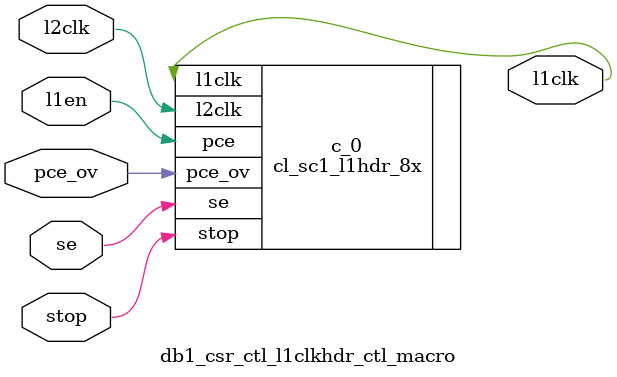
<source format=v>
`define IOB_CREG_DBG_CNFG       40'h86_0000_0000
`define IOB_CREG_IO_QSC         40'h86_0000_0008
`define IOB_CREG_SOC_DECR       40'h86_0000_0010


module db1_csr_ctl (
  mcu0_dbg1_crc21, 
  mcu0_dbg1_rd_req_in_0, 
  mcu0_dbg1_rd_req_in_1, 
  mcu0_dbg1_rd_req_out, 
  mcu0_dbg1_wr_req_in_0, 
  mcu0_dbg1_wr_req_in_1, 
  mcu0_dbg1_wr_req_out, 
  mcu0_dbg1_mecc_err, 
  mcu0_dbg1_secc_err, 
  mcu0_dbg1_fbd_err, 
  mcu0_dbg1_err_mode, 
  mcu0_dbg1_err_event, 
  mcu1_dbg1_crc21, 
  mcu1_dbg1_rd_req_in_0, 
  mcu1_dbg1_rd_req_in_1, 
  mcu1_dbg1_rd_req_out, 
  mcu1_dbg1_wr_req_in_0, 
  mcu1_dbg1_wr_req_in_1, 
  mcu1_dbg1_wr_req_out, 
  mcu1_dbg1_mecc_err, 
  mcu1_dbg1_secc_err, 
  mcu1_dbg1_fbd_err, 
  mcu1_dbg1_err_mode, 
  mcu1_dbg1_err_event, 
  mcu2_dbg1_crc21, 
  mcu2_dbg1_rd_req_in_0, 
  mcu2_dbg1_rd_req_in_1, 
  mcu2_dbg1_rd_req_out, 
  mcu2_dbg1_wr_req_in_0, 
  mcu2_dbg1_wr_req_in_1, 
  mcu2_dbg1_wr_req_out, 
  mcu2_dbg1_mecc_err, 
  mcu2_dbg1_secc_err, 
  mcu2_dbg1_fbd_err, 
  mcu2_dbg1_err_mode, 
  mcu2_dbg1_err_event, 
  mcu3_dbg1_crc21, 
  mcu3_dbg1_rd_req_in_0, 
  mcu3_dbg1_rd_req_in_1, 
  mcu3_dbg1_rd_req_out, 
  mcu3_dbg1_wr_req_in_0, 
  mcu3_dbg1_wr_req_in_1, 
  mcu3_dbg1_wr_req_out, 
  mcu3_dbg1_mecc_err, 
  mcu3_dbg1_secc_err, 
  mcu3_dbg1_fbd_err, 
  mcu3_dbg1_err_mode, 
  mcu3_dbg1_err_event, 
  dbg1_niu_stall, 
  niu_dbg1_stall_ack, 
  dbg1_niu_resume, 
  dbg1_dmu_stall, 
  dmu_dbg1_stall_ack, 
  dbg1_dmu_resume, 
  dmu_dbg1_err_event, 
  ncu_dbg1_error_event, 
  l2t0_pa_match_synced, 
  l2t1_pa_match_synced, 
  l2t2_pa_match_synced, 
  l2t3_pa_match_synced, 
  l2t4_pa_match_synced, 
  l2t5_pa_match_synced, 
  l2t6_pa_match_synced, 
  l2t7_pa_match_synced, 
  l2t_error_event_synced, 
  tcu_mio_jtag_membist_mode, 
  tcu_dbr_gateoff, 
  mio_dbg1_testmode, 
  mio_pll_testmode, 
  dbg1_niu_dbg_sel, 
  dbg1_tcu_soc_hard_stop, 
  dbg1_tcu_soc_asrt_trigout, 
  iol2clk, 
  scan_in, 
  scan_out, 
  tcu_aclk, 
  tcu_bclk, 
  tcu_scan_en, 
  tcu_pce_ov, 
  tcu_clk_stop, 
  aclk_wmr, 
  wmr_protect, 
  rd_req_vld, 
  wr_req_vld, 
  addr_in, 
  data_in, 
  thr_id_in, 
  buf_id_in, 
  ack_busy, 
  rd_ack_vld, 
  rd_nack_vld, 
  req_acpted, 
  data_out, 
  thr_id_out, 
  buf_id_out, 
  mcu_dbg_signals, 
  mcu_dtm_signals, 
  sel_soc_obs_mode, 
  sel_charac_mode, 
  sel_rep_mode, 
  sel_core_soc_debug_mode, 
  sel_train_mode, 
  dbg1_mio_sel_niu_debug_mode, 
  dbg1_mio_sel_pcix_debug_mode, 
  dbg1_mio_sel_soc_obs_mode, 
  dbg1_mio_drv_en_op_only, 
  dbg1_mio_drv_en_muxtest_op, 
  dbg1_mio_drv_en_muxbist_op, 
  dbg1_mio_drv_en_muxtest_inp, 
  dbg1_mio_drv_en_muxtestpll_inp, 
  dbg1_mio_drv_imped);
wire pce_ov;
wire stop;
wire siclk;
wire soclk;
wire se;
wire dbg_en;
wire ff_mcu_crc21signals_scanin;
wire ff_mcu_crc21signals_scanout;
wire l1clk;
wire ff_mcu_signals_scanin;
wire ff_mcu_signals_scanout;
wire dbg_config_addr;
wire dbg_config_en;
wire ff_dbg_config_scanin;
wire ff_dbg_config_scanout;
wire dbg_train;
wire niu_dbg_en;
wire io_quiesce_addr;
wire io_quiesce_en;
wire ff_io_quiesce_scanin;
wire ff_io_quiesce_scanout;
wire dbg1_dmu_stall_din;
wire ff_dbg1_dmu_stall_scanin;
wire ff_dbg1_dmu_stall_scanout;
wire dbg1_dmu_stall_r;
wire dbg1_niu_stall_din;
wire ff_dbg1_niu_stall_scanin;
wire ff_dbg1_niu_stall_scanout;
wire dbg1_niu_stall_r;
wire dbg1_dmu_resume_din;
wire ff_dbg1_dmu_resume_scanin;
wire ff_dbg1_dmu_resume_scanout;
wire dbg1_dmu_resume_r;
wire dbg1_niu_resume_din;
wire ff_dbg1_niu_resume_scanin;
wire ff_dbg1_niu_resume_scanout;
wire dbg1_niu_resume_r;
wire dmu_stall_done_din;
wire dmu_stall_done;
wire ff_dmu_stall_done_scanin;
wire ff_dmu_stall_done_scanout;
wire niu_stall_done_din;
wire niu_stall_done;
wire ff_niu_stall_done_scanin;
wire ff_niu_stall_done_scanout;
wire soc_decr_addr;
wire soc_decr_en;
wire ff_soc_decr_scanin;
wire ff_soc_decr_scanout;
wire dmu_dbg1_err_event_r;
wire ncu_dbg1_error_event_r;
wire mcu0_dbg1_err_event_r;
wire mcu1_dbg1_err_event_r;
wire mcu2_dbg1_err_event_r;
wire mcu3_dbg1_err_event_r;
wire l2t0_pa_match_synced_r;
wire l2t1_pa_match_synced_r;
wire l2t2_pa_match_synced_r;
wire l2t3_pa_match_synced_r;
wire l2t4_pa_match_synced_r;
wire l2t5_pa_match_synced_r;
wire l2t6_pa_match_synced_r;
wire l2t7_pa_match_synced_r;
wire l2t_error_event_synced_r;
wire ff_soc_error_regs_scanin;
wire ff_soc_error_regs_scanout;
wire dmu_dbg1_err_event_r2;
wire ncu_dbg1_error_event_r2;
wire mcu0_dbg1_err_event_r2;
wire mcu1_dbg1_err_event_r2;
wire mcu2_dbg1_err_event_r2;
wire mcu3_dbg1_err_event_r2;
wire l2t0_pa_match_synced_r2;
wire l2t1_pa_match_synced_r2;
wire l2t2_pa_match_synced_r2;
wire l2t3_pa_match_synced_r2;
wire l2t4_pa_match_synced_r2;
wire l2t5_pa_match_synced_r2;
wire l2t6_pa_match_synced_r2;
wire l2t7_pa_match_synced_r2;
wire l2t_error_event_synced_r2;
wire dbg1_tcu_soc_hard_stop_din;
wire dbg1_tcu_soc_asrt_trigout_din;
wire ff_soc_hard_stop_scanin;
wire ff_soc_hard_stop_scanout;
wire ff_soc_asrt_trigout_scanin;
wire ff_soc_asrt_trigout_scanout;
wire iob_creg_addr;
wire rd_ack_vld_ff_scanin;
wire rd_ack_vld_ff_scanout;
wire rd_nack_vld_ff_scanin;
wire rd_nack_vld_ff_scanout;
wire req_acpted_ff_scanin;
wire req_acpted_ff_scanout;
wire thr_id_ff_scanin;
wire thr_id_ff_scanout;
wire buf_id_ff_scanin;
wire buf_id_ff_scanout;
wire spares_scanin;
wire spares_scanout;


input           mcu0_dbg1_crc21;
input  [3:0]    mcu0_dbg1_rd_req_in_0;
input  [3:0]    mcu0_dbg1_rd_req_in_1;
input  [4:0]    mcu0_dbg1_rd_req_out;
input           mcu0_dbg1_wr_req_in_0;
input           mcu0_dbg1_wr_req_in_1;
input  [1:0]    mcu0_dbg1_wr_req_out;
input           mcu0_dbg1_mecc_err;
input           mcu0_dbg1_secc_err;
input           mcu0_dbg1_fbd_err;
input           mcu0_dbg1_err_mode;
input           mcu0_dbg1_err_event;

input           mcu1_dbg1_crc21;
input  [3:0]    mcu1_dbg1_rd_req_in_0;
input  [3:0]    mcu1_dbg1_rd_req_in_1;
input  [4:0]    mcu1_dbg1_rd_req_out;
input           mcu1_dbg1_wr_req_in_0;
input           mcu1_dbg1_wr_req_in_1;
input  [1:0]    mcu1_dbg1_wr_req_out;
input           mcu1_dbg1_mecc_err;
input           mcu1_dbg1_secc_err;
input           mcu1_dbg1_fbd_err;
input           mcu1_dbg1_err_mode;
input           mcu1_dbg1_err_event;

input           mcu2_dbg1_crc21;
input  [3:0]    mcu2_dbg1_rd_req_in_0;
input  [3:0]    mcu2_dbg1_rd_req_in_1;
input  [4:0]    mcu2_dbg1_rd_req_out;
input           mcu2_dbg1_wr_req_in_0;
input           mcu2_dbg1_wr_req_in_1;
input  [1:0]    mcu2_dbg1_wr_req_out;
input           mcu2_dbg1_mecc_err;
input           mcu2_dbg1_secc_err;
input           mcu2_dbg1_fbd_err;
input           mcu2_dbg1_err_mode;
input           mcu2_dbg1_err_event;

input           mcu3_dbg1_crc21;
input  [3:0]    mcu3_dbg1_rd_req_in_0;
input  [3:0]    mcu3_dbg1_rd_req_in_1;
input  [4:0]    mcu3_dbg1_rd_req_out;
input           mcu3_dbg1_wr_req_in_0;
input           mcu3_dbg1_wr_req_in_1;
input  [1:0]    mcu3_dbg1_wr_req_out;
input           mcu3_dbg1_mecc_err;
input           mcu3_dbg1_secc_err;
input           mcu3_dbg1_fbd_err;
input           mcu3_dbg1_err_mode;
input           mcu3_dbg1_err_event;



output          dbg1_niu_stall;    
input           niu_dbg1_stall_ack;
output          dbg1_niu_resume; 

output          dbg1_dmu_stall; 
input           dmu_dbg1_stall_ack;
output          dbg1_dmu_resume;  

input           dmu_dbg1_err_event;       //An error event occurred in DMU
input           ncu_dbg1_error_event;    //An Error event occurred in NCU.

input          l2t0_pa_match_synced;
input          l2t1_pa_match_synced;
input          l2t2_pa_match_synced;
input          l2t3_pa_match_synced;
input          l2t4_pa_match_synced;
input          l2t5_pa_match_synced;
input          l2t6_pa_match_synced;
input          l2t7_pa_match_synced;
input	       l2t_error_event_synced;

input           tcu_mio_jtag_membist_mode;
input		tcu_dbr_gateoff;
input           mio_dbg1_testmode;
input           mio_pll_testmode;
output  [4:0]   dbg1_niu_dbg_sel;



output          dbg1_tcu_soc_hard_stop;           //Hard Stop request to TCU fron SOC
output          dbg1_tcu_soc_asrt_trigout;       //Assert TRIGOUT request to TCU from SOC

input         iol2clk              ;
input         scan_in              ;
output        scan_out             ;
input         tcu_aclk             ;
input         tcu_bclk             ;
input         tcu_scan_en          ;
input	      tcu_pce_ov	   ;
input	      tcu_clk_stop	   ;
input         aclk_wmr;
input         wmr_protect;

input         rd_req_vld           ;//
input         wr_req_vld           ;//
input  [39:0] addr_in              ;//
input  [63:0] data_in              ;//
input   [5:0] thr_id_in            ;//
input   [1:0] buf_id_in            ;//
input         ack_busy             ;//
                                    // Ack-Nack from DBG1, the local unit
output        rd_ack_vld           ;//
output        rd_nack_vld          ;//
output        req_acpted           ;// Acceptance of CSR write or read command.


output [63:0] data_out             ;// Return data.
output  [5:0] thr_id_out           ;//
output  [1:0] buf_id_out           ;//

output [83:0] mcu_dbg_signals;
output [87:0] mcu_dtm_signals;

output	      sel_soc_obs_mode;
output        sel_charac_mode;
output        sel_rep_mode;
output	      sel_core_soc_debug_mode;
output        sel_train_mode;
output        dbg1_mio_sel_niu_debug_mode;
output        dbg1_mio_sel_pcix_debug_mode;
output	      dbg1_mio_sel_soc_obs_mode;


output          dbg1_mio_drv_en_op_only;  //Drive en to pins configured only as debug port
output          dbg1_mio_drv_en_muxtest_op;      //Drive en to pins configured both as debug port and scan out[31:0] pins
output          dbg1_mio_drv_en_muxbist_op;      //Drive en to pins configured both as debug port and mbist output pins.
output          dbg1_mio_drv_en_muxtest_inp;     //Drive en to pins configured as debug port and testmode input pins
output          dbg1_mio_drv_en_muxtestpll_inp;  // Drive en to pins configured as debug port and pll_testmode input pins

output  [1:0]   dbg1_mio_drv_imped;



// Wire declarations

wire [11:0] dbg_config_reg; 
wire [2:0] dbg_conf_mode;
wire [1:0] io_quiesce_out;
wire [21:0] soc_decr;

// Scan reassigns
assign pce_ov = tcu_pce_ov;
assign stop = tcu_clk_stop;
assign siclk = tcu_aclk;
assign soclk = tcu_bclk;
assign se = tcu_scan_en;

assign dbg1_mio_drv_en_op_only = dbg_en ;
assign dbg1_mio_drv_en_muxbist_op = dbg_en | tcu_mio_jtag_membist_mode;
assign dbg1_mio_drv_en_muxtest_op = dbg_en | mio_dbg1_testmode;
assign dbg1_mio_drv_en_muxtest_inp = dbg_en & ~mio_dbg1_testmode;
assign dbg1_mio_drv_en_muxtestpll_inp = dbg_en & ~mio_pll_testmode;

// flop MCU signals here before sending to dbg1_dbgprt_dp

wire [3:0]    mcu_crc21_signals;

db1_csr_ctl_msff_ctl_macro__width_4 ff_mcu_crc21signals 
   (.din     ({mcu3_dbg1_crc21,mcu2_dbg1_crc21,
               mcu1_dbg1_crc21,mcu0_dbg1_crc21}),
     .scan_in(ff_mcu_crc21signals_scanin),
     .scan_out(ff_mcu_crc21signals_scanout),
     .l1clk   (l1clk              ),
     .dout    ({mcu_crc21_signals[3:0]}),
  .siclk(siclk),
  .soclk(soclk)
    );

          

db1_csr_ctl_msff_ctl_macro__width_84 ff_mcu_signals 
    (.din     ({mcu0_dbg1_rd_req_in_0[3:0],
                mcu0_dbg1_rd_req_in_1[3:0],
                mcu0_dbg1_rd_req_out[4:0],
                mcu0_dbg1_wr_req_in_0,
                mcu0_dbg1_wr_req_in_1,
                mcu0_dbg1_wr_req_out[1:0],
                mcu0_dbg1_mecc_err,
                mcu0_dbg1_secc_err,
                mcu0_dbg1_fbd_err,
                mcu0_dbg1_err_mode,
                mcu1_dbg1_rd_req_in_0[3:0],
                mcu1_dbg1_rd_req_in_1[3:0],
                mcu1_dbg1_rd_req_out[4:0],
                mcu1_dbg1_wr_req_in_0,
                mcu1_dbg1_wr_req_in_1,
                mcu1_dbg1_wr_req_out[1:0],
                mcu1_dbg1_mecc_err,
                mcu1_dbg1_secc_err,
                mcu1_dbg1_fbd_err,
                mcu1_dbg1_err_mode,
                mcu2_dbg1_rd_req_in_0[3:0],
                mcu2_dbg1_rd_req_in_1[3:0],
                mcu2_dbg1_rd_req_out[4:0],
                mcu2_dbg1_wr_req_in_0,
                mcu2_dbg1_wr_req_in_1,
                mcu2_dbg1_wr_req_out[1:0],
                mcu2_dbg1_mecc_err,
                mcu2_dbg1_secc_err,
                mcu2_dbg1_fbd_err,
                mcu2_dbg1_err_mode,
                mcu3_dbg1_rd_req_in_0[3:0],
                mcu3_dbg1_rd_req_in_1[3:0],
                mcu3_dbg1_rd_req_out[4:0],
                mcu3_dbg1_wr_req_in_0,
                mcu3_dbg1_wr_req_in_1,
                mcu3_dbg1_wr_req_out[1:0],
                mcu3_dbg1_mecc_err,
                mcu3_dbg1_secc_err,
                mcu3_dbg1_fbd_err,
                mcu3_dbg1_err_mode
		}),
     .scan_in(ff_mcu_signals_scanin),
     .scan_out(ff_mcu_signals_scanout),
     .l1clk   (l1clk              ),
     .dout    ({mcu_dbg_signals[83:0]}),
  .siclk(siclk),
  .soclk(soclk)
    );

// MCU DTM signal bus being sent out on the debug port

assign mcu_dtm_signals = { 
                          mcu_crc21_signals[3],mcu_dbg_signals[83:63],
                          mcu_crc21_signals[2],mcu_dbg_signals[62:42],
                          mcu_crc21_signals[1],mcu_dbg_signals[41:21],
                          mcu_crc21_signals[0],mcu_dbg_signals[20:0]};

//_____________________________________________________________________
//
//              Debug Configuration Register, RW , preserved across WMR
//_____________________________________________________________________

assign         dbg_config_addr = (addr_in == `IOB_CREG_DBG_CNFG);
assign	       dbg_config_en = wr_req_vld & dbg_config_addr;

db1_csr_ctl_msff_ctl_macro__en_1__width_12 ff_dbg_config 
    (.din     ({data_in[63:62],data_in[9:0]}),
     .scan_in(ff_dbg_config_scanin),
     .scan_out(ff_dbg_config_scanout),
     .siclk   (aclk_wmr),
     .l1clk   (l1clk              ),
     .en      (dbg_config_en),
     .dout    (dbg_config_reg[11:0]),
  .soclk(soclk));
 
assign dbg_train = dbg_config_reg[4];  // DBG Training bit for modes 000,001,010
assign dbg_conf_mode = dbg_config_reg[3:1]; // DBG Port Configuration Mode
assign dbg1_mio_drv_imped = dbg_config_reg[11:10];

assign sel_soc_obs_mode = ((dbg_conf_mode == 3'b000) & ~dbg_train);
assign sel_charac_mode = ((dbg_conf_mode == 3'b001) & ~dbg_train);
assign sel_rep_mode = ((dbg_conf_mode == 3'b010) & ~dbg_train);
assign sel_core_soc_debug_mode = ((dbg_conf_mode == 3'b011) & ~dbg_train);
assign sel_train_mode = (((dbg_conf_mode == 3'b000) | (dbg_conf_mode == 3'b001)
                         | (dbg_conf_mode == 3'b010)
                         | (dbg_conf_mode == 3'b011)) & dbg_train);

assign dbg1_mio_sel_niu_debug_mode = (dbg_conf_mode == 3'b100);
assign dbg1_mio_sel_pcix_debug_mode = (dbg_conf_mode == 3'b101);
assign dbg1_mio_sel_soc_obs_mode = sel_soc_obs_mode;

assign dbg_en =  dbg_config_reg[0];   // DBG Port Enable

assign niu_dbg_en = dbg1_mio_sel_niu_debug_mode & dbg_en; 

assign dbg1_niu_dbg_sel = dbg_config_reg[9:5] & {5{niu_dbg_en & ~tcu_dbr_gateoff}};


//_____________________________________________________________________
//
//              N2 I/O Quiece Control Register, bits 1:0 - R/W,preserved across WMR
//                                              bits 3:2 - RO
//_____________________________________________________________________

assign         io_quiesce_addr = (addr_in == `IOB_CREG_IO_QSC);
assign         io_quiesce_en = wr_req_vld & io_quiesce_addr;

db1_csr_ctl_msff_ctl_macro__en_1__width_2 ff_io_quiesce 
    (.din     (data_in[1:0]),
     .scan_in(ff_io_quiesce_scanin),
     .scan_out(ff_io_quiesce_scanout),
     .siclk   (aclk_wmr),
     .l1clk   (l1clk              ),
     .en      (io_quiesce_en),
     .dout    (io_quiesce_out[1:0]),
  .soclk(soclk));

assign dbg1_dmu_stall_din = ~io_quiesce_out[0] & data_in[0] & io_quiesce_en;
                     // dmu_stall bit is a 0 but will be written to 1 in the
                     // next iol2clk by SW		

db1_csr_ctl_msff_ctl_macro__width_1 ff_dbg1_dmu_stall 
    (.din     (dbg1_dmu_stall_din),
     .scan_in(ff_dbg1_dmu_stall_scanin),
     .scan_out(ff_dbg1_dmu_stall_scanout),
     .l1clk   (l1clk              ),
     .dout    (dbg1_dmu_stall_r),
  .siclk(siclk),
  .soclk(soclk));

assign dbg1_dmu_stall = ~tcu_dbr_gateoff & dbg1_dmu_stall_r;

assign dbg1_niu_stall_din = ~io_quiesce_out[1] & data_in[1] & io_quiesce_en;   
                     // niu_stall bit is a 0 but will be written to 1 in the  
                     // next iol2clk by SW     

db1_csr_ctl_msff_ctl_macro__width_1 ff_dbg1_niu_stall 
    (.din     (dbg1_niu_stall_din),
     .scan_in(ff_dbg1_niu_stall_scanin),
     .scan_out(ff_dbg1_niu_stall_scanout),
     .l1clk   (l1clk              ),
     .dout    (dbg1_niu_stall_r),
  .siclk(siclk),
  .soclk(soclk));

assign dbg1_niu_stall = ~tcu_dbr_gateoff & dbg1_niu_stall_r;

// both of dbg1_dmu_stall and dbg1_niu_stall are one cycle wide pulses
// valid for one iol2clk

assign dbg1_dmu_resume_din = io_quiesce_out[0] & ~data_in[0] & io_quiesce_en;   
                     // dmu_stall bit is a 1 but will be written to 0 in the  
                     // next iol2clk by SW     

db1_csr_ctl_msff_ctl_macro__width_1 ff_dbg1_dmu_resume 
    (.din     (dbg1_dmu_resume_din),
     .scan_in(ff_dbg1_dmu_resume_scanin),
     .scan_out(ff_dbg1_dmu_resume_scanout),
     .l1clk   (l1clk              ),
     .dout    (dbg1_dmu_resume_r),
  .siclk(siclk),
  .soclk(soclk));

assign dbg1_dmu_resume = ~tcu_dbr_gateoff & dbg1_dmu_resume_r;

assign dbg1_niu_resume_din = io_quiesce_out[1] & ~data_in[1] & io_quiesce_en;   
                     // niu_stall bit is a 1 but will be written to 0 in the  
                     // next iol2clk by SW     

db1_csr_ctl_msff_ctl_macro__width_1 ff_dbg1_niu_resume 
    (.din     (dbg1_niu_resume_din),
     .scan_in(ff_dbg1_niu_resume_scanin),
     .scan_out(ff_dbg1_niu_resume_scanout),
     .l1clk   (l1clk              ),
     .dout    (dbg1_niu_resume_r),
  .siclk(siclk),
  .soclk(soclk));

assign dbg1_niu_resume = ~tcu_dbr_gateoff & dbg1_niu_resume_r;

// both of dbg1_dmu_resume and dbg1_niu_resume are one cycle wide pulses
// valid for one iol2clk

// NIU_STALL_DONE and DMU_STALL_DONE bits

assign dmu_stall_done_din = dmu_dbg1_stall_ack  | dmu_stall_done; // set to 1
                       // when dmu sends the ack , preserved at 1 by the
                       // dmu_stall_done itself  

db1_csr_ctl_msff_ctl_macro__clr__1__width_1 ff_dmu_stall_done 
    (.din     (dmu_stall_done_din),
     .scan_in(ff_dmu_stall_done_scanin),
     .scan_out(ff_dmu_stall_done_scanout),
     .l1clk   (l1clk              ),
     .clr_    (~dbg1_dmu_resume_din), // cleared when DMU_STALL bit cleared to 0 by SW
     .dout    (dmu_stall_done),
  .siclk(siclk),
  .soclk(soclk)); // Should preserve value across WMR,DBR

assign niu_stall_done_din = niu_dbg1_stall_ack  | niu_stall_done; // set to 1 
                       // when niu sends the ack , preserved at 1 by the
                       // niu_stall_done itself

db1_csr_ctl_msff_ctl_macro__clr__1__width_1 ff_niu_stall_done 
    (.din     (niu_stall_done_din),
     .scan_in(ff_niu_stall_done_scanin),
     .scan_out(ff_niu_stall_done_scanout),
     .l1clk   (l1clk              ),
     .clr_    (~dbg1_niu_resume_din), // cleared when NIU_STALL bit cleared to 0 by SW
     .dout    (niu_stall_done),
  .siclk(siclk),
  .soclk(soclk)); // Should preserve value across WMR,DBR


//_____________________________________________________________________
//
//           SOC DECR Register : R/W   
//             
//_____________________________________________________________________

assign         soc_decr_addr = (addr_in == `IOB_CREG_SOC_DECR);
assign         soc_decr_en = wr_req_vld & soc_decr_addr; 

db1_csr_ctl_msff_ctl_macro__en_1__width_22 ff_soc_decr 
    (.din     (data_in[21:0]),
     .scan_in(ff_soc_decr_scanin),
     .scan_out(ff_soc_decr_scanout),
     .l1clk   (l1clk              ),
     .en      (soc_decr_en),
     .dout    (soc_decr[21:0]),
  .siclk(siclk),
  .soclk(soclk));

// FLop mcu,ncu,dmu error events twice

db1_csr_ctl_msff_ctl_macro__width_30 ff_soc_error_regs 
    (.din     ({dmu_dbg1_err_event,ncu_dbg1_error_event,
                mcu0_dbg1_err_event,mcu1_dbg1_err_event,
                mcu2_dbg1_err_event,mcu3_dbg1_err_event,
                dmu_dbg1_err_event_r,ncu_dbg1_error_event_r,
                mcu0_dbg1_err_event_r,mcu1_dbg1_err_event_r,
                mcu2_dbg1_err_event_r,mcu3_dbg1_err_event_r,
                l2t0_pa_match_synced,l2t1_pa_match_synced,
                l2t2_pa_match_synced,l2t3_pa_match_synced,
                l2t4_pa_match_synced,l2t5_pa_match_synced,
                l2t6_pa_match_synced,l2t7_pa_match_synced,
                l2t0_pa_match_synced_r,l2t1_pa_match_synced_r,
                l2t2_pa_match_synced_r,l2t3_pa_match_synced_r,
                l2t4_pa_match_synced_r,l2t5_pa_match_synced_r,
                l2t6_pa_match_synced_r,l2t7_pa_match_synced_r,
                l2t_error_event_synced,l2t_error_event_synced_r}),
     .scan_in(ff_soc_error_regs_scanin),
     .scan_out(ff_soc_error_regs_scanout),
     .l1clk   (l1clk              ),
     .dout    ({dmu_dbg1_err_event_r,ncu_dbg1_error_event_r,
                mcu0_dbg1_err_event_r,mcu1_dbg1_err_event_r,
                mcu2_dbg1_err_event_r,mcu3_dbg1_err_event_r,
                dmu_dbg1_err_event_r2,ncu_dbg1_error_event_r2,
                mcu0_dbg1_err_event_r2,mcu1_dbg1_err_event_r2,
                mcu2_dbg1_err_event_r2,mcu3_dbg1_err_event_r2,
                l2t0_pa_match_synced_r,l2t1_pa_match_synced_r,
                l2t2_pa_match_synced_r,l2t3_pa_match_synced_r,
                l2t4_pa_match_synced_r,l2t5_pa_match_synced_r,
                l2t6_pa_match_synced_r,l2t7_pa_match_synced_r,
                l2t0_pa_match_synced_r2,l2t1_pa_match_synced_r2,
                l2t2_pa_match_synced_r2,l2t3_pa_match_synced_r2,
                l2t4_pa_match_synced_r2,l2t5_pa_match_synced_r2,
                l2t6_pa_match_synced_r2,l2t7_pa_match_synced_r2,
                l2t_error_event_synced_r,l2t_error_event_synced_r2}),
  .siclk(siclk),
  .soclk(soclk)
     );

// dbg1_tcu_soc_hard_stop & dbg1_tcu_soc_asrt_trigout are pulses


assign dbg1_tcu_soc_hard_stop_din =  ((soc_decr[21:20] == 2'b10) & 
                                     ((dmu_dbg1_err_event_r & ~dmu_dbg1_err_event_r2)
                                      | (ncu_dbg1_error_event_r & ~ncu_dbg1_error_event_r2)
                                     )) 
                                     |
                                     ((soc_decr[19:18] == 2'b10) &
                                     ((mcu0_dbg1_err_event_r & ~mcu0_dbg1_err_event_r2) | 
                                      (mcu1_dbg1_err_event_r & ~mcu1_dbg1_err_event_r2) |
                                      (mcu2_dbg1_err_event_r & ~mcu2_dbg1_err_event_r2) | 
                                      (mcu3_dbg1_err_event_r & ~mcu3_dbg1_err_event_r2)
                                     ))
                                     |
                                     ((soc_decr[17:16] == 2'b10) &
                                     (l2t_error_event_synced_r & ~l2t_error_event_synced_r2))
                                     |
                                     ((soc_decr[15:14] == 2'b10) &
                                     (l2t7_pa_match_synced_r & ~l2t7_pa_match_synced_r2))
                                     |
                                     ((soc_decr[13:12] == 2'b10) &
                                     (l2t6_pa_match_synced_r & ~l2t6_pa_match_synced_r2))
                                     |
                                     ((soc_decr[11:10] == 2'b10) &
                                     (l2t5_pa_match_synced_r & ~l2t5_pa_match_synced_r2))
                                     |
                                     ((soc_decr[9:8] == 2'b10) &
                                     (l2t4_pa_match_synced_r & ~l2t4_pa_match_synced_r2))
                                     |
                                     ((soc_decr[7:6] == 2'b10) &
                                     (l2t3_pa_match_synced_r & ~l2t3_pa_match_synced_r2))
                                     |
                                     ((soc_decr[5:4] == 2'b10) &
                                     (l2t2_pa_match_synced_r & ~l2t2_pa_match_synced_r2))
                                     |
                                     ((soc_decr[3:2] == 2'b10) &
                                     (l2t1_pa_match_synced_r & ~l2t1_pa_match_synced_r2))
                                     |
                                     ((soc_decr[1:0] == 2'b10) &
                                     (l2t0_pa_match_synced_r & ~l2t0_pa_match_synced_r2))
                                    ;

assign dbg1_tcu_soc_asrt_trigout_din = ((soc_decr[21:20] == 2'b11) &
                                     ((dmu_dbg1_err_event_r & ~dmu_dbg1_err_event_r2)
                                      | (ncu_dbg1_error_event_r & ~ncu_dbg1_error_event_r2)
                                     ))
                                     |
                                     ((soc_decr[19:18] == 2'b11) &
                                     ((mcu0_dbg1_err_event_r & ~mcu0_dbg1_err_event_r2) | 
                                      (mcu1_dbg1_err_event_r & ~mcu1_dbg1_err_event_r2) |
                                      (mcu2_dbg1_err_event_r & ~mcu2_dbg1_err_event_r2) | 
                                      (mcu3_dbg1_err_event_r & ~mcu3_dbg1_err_event_r2)
                                     )) 
                                     |
                                     ((soc_decr[17:16] == 2'b11) &
                                     (l2t_error_event_synced_r & ~l2t_error_event_synced_r2))
                                     |
                                     ((soc_decr[15:14] == 2'b11) &
                                     (l2t7_pa_match_synced_r & ~l2t7_pa_match_synced_r2))
                                     |
                                     ((soc_decr[13:12] == 2'b11) &
                                     (l2t6_pa_match_synced_r & ~l2t6_pa_match_synced_r2))
                                     |
                                     ((soc_decr[11:10] == 2'b11) &
                                     (l2t5_pa_match_synced_r & ~l2t5_pa_match_synced_r2))
                                     |
                                     ((soc_decr[9:8] == 2'b11) &
                                     (l2t4_pa_match_synced_r & ~l2t4_pa_match_synced_r2))
                                     |
                                     ((soc_decr[7:6] == 2'b11) &
                                     (l2t3_pa_match_synced_r & ~l2t3_pa_match_synced_r2))
                                     |
                                     ((soc_decr[5:4] == 2'b11) &
                                     (l2t2_pa_match_synced_r & ~l2t2_pa_match_synced_r2))
                                     |
                                     ((soc_decr[3:2] == 2'b11) &
                                     (l2t1_pa_match_synced_r & ~l2t1_pa_match_synced_r2))
                                     |
                                     ((soc_decr[1:0] == 2'b11) &
                                     (l2t0_pa_match_synced_r & ~l2t0_pa_match_synced_r2))
                                    ;



db1_csr_ctl_msff_ctl_macro__width_1 ff_soc_hard_stop 
    (.din     (dbg1_tcu_soc_hard_stop_din),
     .scan_in(ff_soc_hard_stop_scanin),
     .scan_out(ff_soc_hard_stop_scanout),
     .l1clk   (l1clk              ),
     .dout    (dbg1_tcu_soc_hard_stop),
  .siclk(siclk),
  .soclk(soclk));


db1_csr_ctl_msff_ctl_macro__width_1 ff_soc_asrt_trigout 
    (.din     (dbg1_tcu_soc_asrt_trigout_din),
     .scan_in(ff_soc_asrt_trigout_scanin),
     .scan_out(ff_soc_asrt_trigout_scanout),
     .l1clk   (l1clk              ),
     .dout    (dbg1_tcu_soc_asrt_trigout),
  .siclk(siclk),
  .soclk(soclk));



//________________________________________________________________
//
//               Output mux
//________________________________________________________________

assign data_out[63:0] =
	dbg_config_addr ? {dbg_config_reg[11:10],52'b0,dbg_config_reg[9:0]} : // Debug Config Reg
        io_quiesce_addr ? {60'b0,niu_stall_done,dmu_stall_done,
    				io_quiesce_out[1:0]} : // IO Quiesce Control reg
	soc_decr_addr ?   {42'b0,soc_decr[21:0]}     :  // SOC DECR reg
                          64'b0;			// Default

assign iob_creg_addr    =
  (
	dbg_config_addr | io_quiesce_addr | soc_decr_addr
  );

// In the case of ack_busy signal is asserted, CSR Register
// Block should not assert rd_ack_vld or rd_nack_vld until
// ack_busy signal is de-asserted.  UCB Interface, Jan 6 '04.

wire   rd_ack_vld_din  =   rd_req_vld &  iob_creg_addr &
                          ~ack_busy                    &
                          ~rd_ack_vld;

wire   rd_nack_vld_din =   rd_req_vld & ~iob_creg_addr &
                          ~ack_busy                    &
                          ~rd_nack_vld;

wire   req_acpted_din  = ( wr_req_vld &
                          ~req_acpted
                         )              |
                         rd_ack_vld_din |
                         rd_nack_vld_din;

db1_csr_ctl_msff_ctl_macro__en_0__width_1 rd_ack_vld_ff 
    (.din     (rd_ack_vld_din       ),
     .scan_in(rd_ack_vld_ff_scanin),
     .scan_out(rd_ack_vld_ff_scanout),
     .l1clk   (l1clk                ),
     .dout    (rd_ack_vld           ),
  .siclk(siclk),
  .soclk(soclk));

db1_csr_ctl_msff_ctl_macro__en_0__width_1 rd_nack_vld_ff 
    (.din     (rd_nack_vld_din       ),
     .scan_in(rd_nack_vld_ff_scanin),
     .scan_out(rd_nack_vld_ff_scanout),
     .l1clk   (l1clk                 ),
     .dout    (rd_nack_vld           ),
  .siclk(siclk),
  .soclk(soclk));

db1_csr_ctl_msff_ctl_macro__en_0__width_1 req_acpted_ff 
    (.din     (req_acpted_din       ),
     .scan_in(req_acpted_ff_scanin),
     .scan_out(req_acpted_ff_scanout),
     .l1clk   (l1clk                ),
     .dout    (req_acpted           ),
  .siclk(siclk),
  .soclk(soclk));

wire   thr_buf_id_en   = req_acpted_din |
                         rd_nack_vld_din;

db1_csr_ctl_msff_ctl_macro__en_1__width_6 thr_id_ff 
    (.din     (thr_id_in[5:0]       ),
     .scan_in(thr_id_ff_scanin),
     .scan_out(thr_id_ff_scanout),
     .l1clk   (l1clk                ),
     .en      (thr_buf_id_en        ),
     .dout    (thr_id_out[5:0]      ),
  .siclk(siclk),
  .soclk(soclk));

db1_csr_ctl_msff_ctl_macro__en_1__width_2 buf_id_ff 
    (.din     (buf_id_in[1:0]       ),
     .scan_in(buf_id_ff_scanin),
     .scan_out(buf_id_ff_scanout),
     .l1clk   (l1clk                ),
     .en      (thr_buf_id_en        ),
     .dout    (buf_id_out[1:0]      ),
  .siclk(siclk),
  .soclk(soclk));

// Spare gates

db1_csr_ctl_spare_ctl_macro__num_6 spares  (
        .scan_in(spares_scanin),
        .scan_out(spares_scanout),
        .l1clk  (l1clk),
  .siclk(siclk),
  .soclk(soclk)
);


/**** adding clock header ****/
db1_csr_ctl_l1clkhdr_ctl_macro clkgen (
                                .l2clk  (iol2clk),
                                .l1en   (1'b1),
                                .l1clk  (l1clk),
  .pce_ov(pce_ov),
  .stop(stop),
  .se(se)
                                );
// fixscan start:
assign ff_mcu_crc21signals_scanin = scan_in                  ;
assign ff_mcu_signals_scanin     = ff_mcu_crc21signals_scanout;
assign ff_dbg_config_scanin      = ff_mcu_signals_scanout   ;
assign ff_io_quiesce_scanin      = ff_dbg_config_scanout    ;
assign ff_dbg1_dmu_stall_scanin  =  ~(~ff_io_quiesce_scanout | wmr_protect);
assign ff_dbg1_niu_stall_scanin  = ff_dbg1_dmu_stall_scanout;
assign ff_dbg1_dmu_resume_scanin = ff_dbg1_niu_stall_scanout;
assign ff_dbg1_niu_resume_scanin = ff_dbg1_dmu_resume_scanout;
assign ff_dmu_stall_done_scanin  = ff_dbg1_niu_resume_scanout;
assign ff_niu_stall_done_scanin  = ff_dmu_stall_done_scanout;
assign ff_soc_decr_scanin        = ff_niu_stall_done_scanout;
assign ff_soc_error_regs_scanin  = ff_soc_decr_scanout      ;
assign ff_soc_hard_stop_scanin   = ff_soc_error_regs_scanout;
assign ff_soc_asrt_trigout_scanin = ff_soc_hard_stop_scanout ;
assign rd_ack_vld_ff_scanin      = ff_soc_asrt_trigout_scanout;
assign rd_nack_vld_ff_scanin     = rd_ack_vld_ff_scanout    ;
assign req_acpted_ff_scanin      = rd_nack_vld_ff_scanout   ;
assign thr_id_ff_scanin          = req_acpted_ff_scanout    ;
assign buf_id_ff_scanin          = thr_id_ff_scanout        ;
assign spares_scanin             = buf_id_ff_scanout        ;
assign scan_out                  = spares_scanout           ;
// fixscan end:
endmodule






// any PARAMS parms go into naming of macro

module db1_csr_ctl_msff_ctl_macro__width_4 (
  din, 
  l1clk, 
  scan_in, 
  siclk, 
  soclk, 
  dout, 
  scan_out);
wire [3:0] fdin;
wire [2:0] so;

  input [3:0] din;
  input l1clk;
  input scan_in;


  input siclk;
  input soclk;

  output [3:0] dout;
  output scan_out;
assign fdin[3:0] = din[3:0];






dff /*#(4)*/  d0_0 (
.l1clk(l1clk),
.siclk(siclk),
.soclk(soclk),
.d(fdin[3:0]),
.si({scan_in,so[2:0]}),
.so({so[2:0],scan_out}),
.q(dout[3:0])
);












endmodule













// any PARAMS parms go into naming of macro

module db1_csr_ctl_msff_ctl_macro__width_84 (
  din, 
  l1clk, 
  scan_in, 
  siclk, 
  soclk, 
  dout, 
  scan_out);
wire [83:0] fdin;
wire [82:0] so;

  input [83:0] din;
  input l1clk;
  input scan_in;


  input siclk;
  input soclk;

  output [83:0] dout;
  output scan_out;
assign fdin[83:0] = din[83:0];






dff /*#(84)*/  d0_0 (
.l1clk(l1clk),
.siclk(siclk),
.soclk(soclk),
.d(fdin[83:0]),
.si({scan_in,so[82:0]}),
.so({so[82:0],scan_out}),
.q(dout[83:0])
);












endmodule













// any PARAMS parms go into naming of macro

module db1_csr_ctl_msff_ctl_macro__en_1__width_12 (
  din, 
  en, 
  l1clk, 
  scan_in, 
  siclk, 
  soclk, 
  dout, 
  scan_out);
wire [11:0] fdin;
wire [10:0] so;

  input [11:0] din;
  input en;
  input l1clk;
  input scan_in;


  input siclk;
  input soclk;

  output [11:0] dout;
  output scan_out;
assign fdin[11:0] = (din[11:0] & {12{en}}) | (dout[11:0] & ~{12{en}});






dff /*#(12)*/  d0_0 (
.l1clk(l1clk),
.siclk(siclk),
.soclk(soclk),
.d(fdin[11:0]),
.si({scan_in,so[10:0]}),
.so({so[10:0],scan_out}),
.q(dout[11:0])
);












endmodule













// any PARAMS parms go into naming of macro

module db1_csr_ctl_msff_ctl_macro__en_1__width_2 (
  din, 
  en, 
  l1clk, 
  scan_in, 
  siclk, 
  soclk, 
  dout, 
  scan_out);
wire [1:0] fdin;
wire [0:0] so;

  input [1:0] din;
  input en;
  input l1clk;
  input scan_in;


  input siclk;
  input soclk;

  output [1:0] dout;
  output scan_out;
assign fdin[1:0] = (din[1:0] & {2{en}}) | (dout[1:0] & ~{2{en}});






dff /*#(2)*/  d0_0 (
.l1clk(l1clk),
.siclk(siclk),
.soclk(soclk),
.d(fdin[1:0]),
.si({scan_in,so[0:0]}),
.so({so[0:0],scan_out}),
.q(dout[1:0])
);












endmodule













// any PARAMS parms go into naming of macro

module db1_csr_ctl_msff_ctl_macro__width_1 (
  din, 
  l1clk, 
  scan_in, 
  siclk, 
  soclk, 
  dout, 
  scan_out);
wire [0:0] fdin;

  input [0:0] din;
  input l1clk;
  input scan_in;


  input siclk;
  input soclk;

  output [0:0] dout;
  output scan_out;
assign fdin[0:0] = din[0:0];






dff /*#(1)*/  d0_0 (
.l1clk(l1clk),
.siclk(siclk),
.soclk(soclk),
.d(fdin[0:0]),
.si(scan_in),
.so(scan_out),
.q(dout[0:0])
);












endmodule













// any PARAMS parms go into naming of macro

module db1_csr_ctl_msff_ctl_macro__clr__1__width_1 (
  din, 
  clr_, 
  l1clk, 
  scan_in, 
  siclk, 
  soclk, 
  dout, 
  scan_out);
wire [0:0] fdin;

  input [0:0] din;
  input clr_;
  input l1clk;
  input scan_in;


  input siclk;
  input soclk;

  output [0:0] dout;
  output scan_out;
assign fdin[0:0] = din[0:0] & ~{1{(~clr_)}};






dff /*#(1)*/  d0_0 (
.l1clk(l1clk),
.siclk(siclk),
.soclk(soclk),
.d(fdin[0:0]),
.si(scan_in),
.so(scan_out),
.q(dout[0:0])
);












endmodule













// any PARAMS parms go into naming of macro

module db1_csr_ctl_msff_ctl_macro__en_1__width_22 (
  din, 
  en, 
  l1clk, 
  scan_in, 
  siclk, 
  soclk, 
  dout, 
  scan_out);
wire [21:0] fdin;
wire [20:0] so;

  input [21:0] din;
  input en;
  input l1clk;
  input scan_in;


  input siclk;
  input soclk;

  output [21:0] dout;
  output scan_out;
assign fdin[21:0] = (din[21:0] & {22{en}}) | (dout[21:0] & ~{22{en}});






dff /*#(22)*/  d0_0 (
.l1clk(l1clk),
.siclk(siclk),
.soclk(soclk),
.d(fdin[21:0]),
.si({scan_in,so[20:0]}),
.so({so[20:0],scan_out}),
.q(dout[21:0])
);












endmodule













// any PARAMS parms go into naming of macro

module db1_csr_ctl_msff_ctl_macro__width_30 (
  din, 
  l1clk, 
  scan_in, 
  siclk, 
  soclk, 
  dout, 
  scan_out);
wire [29:0] fdin;
wire [28:0] so;

  input [29:0] din;
  input l1clk;
  input scan_in;


  input siclk;
  input soclk;

  output [29:0] dout;
  output scan_out;
assign fdin[29:0] = din[29:0];






dff /*#(30)*/  d0_0 (
.l1clk(l1clk),
.siclk(siclk),
.soclk(soclk),
.d(fdin[29:0]),
.si({scan_in,so[28:0]}),
.so({so[28:0],scan_out}),
.q(dout[29:0])
);












endmodule













// any PARAMS parms go into naming of macro

module db1_csr_ctl_msff_ctl_macro__en_0__width_1 (
  din, 
  l1clk, 
  scan_in, 
  siclk, 
  soclk, 
  dout, 
  scan_out);
wire [0:0] fdin;

  input [0:0] din;
  input l1clk;
  input scan_in;


  input siclk;
  input soclk;

  output [0:0] dout;
  output scan_out;
assign fdin[0:0] = din[0:0];






dff /*#(1)*/  d0_0 (
.l1clk(l1clk),
.siclk(siclk),
.soclk(soclk),
.d(fdin[0:0]),
.si(scan_in),
.so(scan_out),
.q(dout[0:0])
);












endmodule













// any PARAMS parms go into naming of macro

module db1_csr_ctl_msff_ctl_macro__en_1__width_6 (
  din, 
  en, 
  l1clk, 
  scan_in, 
  siclk, 
  soclk, 
  dout, 
  scan_out);
wire [5:0] fdin;
wire [4:0] so;

  input [5:0] din;
  input en;
  input l1clk;
  input scan_in;


  input siclk;
  input soclk;

  output [5:0] dout;
  output scan_out;
assign fdin[5:0] = (din[5:0] & {6{en}}) | (dout[5:0] & ~{6{en}});






dff /*#(6)*/  d0_0 (
.l1clk(l1clk),
.siclk(siclk),
.soclk(soclk),
.d(fdin[5:0]),
.si({scan_in,so[4:0]}),
.so({so[4:0],scan_out}),
.q(dout[5:0])
);












endmodule









//  Description:        Spare gate macro for control blocks
//
//  Param num controls the number of times the macro is added
//  flops=0 can be used to use only combination spare logic


module db1_csr_ctl_spare_ctl_macro__num_6 (
  l1clk, 
  scan_in, 
  siclk, 
  soclk, 
  scan_out);
wire si_0;
wire so_0;
wire spare0_flop_unused;
wire spare0_buf_32x_unused;
wire spare0_nand3_8x_unused;
wire spare0_inv_8x_unused;
wire spare0_aoi22_4x_unused;
wire spare0_buf_8x_unused;
wire spare0_oai22_4x_unused;
wire spare0_inv_16x_unused;
wire spare0_nand2_16x_unused;
wire spare0_nor3_4x_unused;
wire spare0_nand2_8x_unused;
wire spare0_buf_16x_unused;
wire spare0_nor2_16x_unused;
wire spare0_inv_32x_unused;
wire si_1;
wire so_1;
wire spare1_flop_unused;
wire spare1_buf_32x_unused;
wire spare1_nand3_8x_unused;
wire spare1_inv_8x_unused;
wire spare1_aoi22_4x_unused;
wire spare1_buf_8x_unused;
wire spare1_oai22_4x_unused;
wire spare1_inv_16x_unused;
wire spare1_nand2_16x_unused;
wire spare1_nor3_4x_unused;
wire spare1_nand2_8x_unused;
wire spare1_buf_16x_unused;
wire spare1_nor2_16x_unused;
wire spare1_inv_32x_unused;
wire si_2;
wire so_2;
wire spare2_flop_unused;
wire spare2_buf_32x_unused;
wire spare2_nand3_8x_unused;
wire spare2_inv_8x_unused;
wire spare2_aoi22_4x_unused;
wire spare2_buf_8x_unused;
wire spare2_oai22_4x_unused;
wire spare2_inv_16x_unused;
wire spare2_nand2_16x_unused;
wire spare2_nor3_4x_unused;
wire spare2_nand2_8x_unused;
wire spare2_buf_16x_unused;
wire spare2_nor2_16x_unused;
wire spare2_inv_32x_unused;
wire si_3;
wire so_3;
wire spare3_flop_unused;
wire spare3_buf_32x_unused;
wire spare3_nand3_8x_unused;
wire spare3_inv_8x_unused;
wire spare3_aoi22_4x_unused;
wire spare3_buf_8x_unused;
wire spare3_oai22_4x_unused;
wire spare3_inv_16x_unused;
wire spare3_nand2_16x_unused;
wire spare3_nor3_4x_unused;
wire spare3_nand2_8x_unused;
wire spare3_buf_16x_unused;
wire spare3_nor2_16x_unused;
wire spare3_inv_32x_unused;
wire si_4;
wire so_4;
wire spare4_flop_unused;
wire spare4_buf_32x_unused;
wire spare4_nand3_8x_unused;
wire spare4_inv_8x_unused;
wire spare4_aoi22_4x_unused;
wire spare4_buf_8x_unused;
wire spare4_oai22_4x_unused;
wire spare4_inv_16x_unused;
wire spare4_nand2_16x_unused;
wire spare4_nor3_4x_unused;
wire spare4_nand2_8x_unused;
wire spare4_buf_16x_unused;
wire spare4_nor2_16x_unused;
wire spare4_inv_32x_unused;
wire si_5;
wire so_5;
wire spare5_flop_unused;
wire spare5_buf_32x_unused;
wire spare5_nand3_8x_unused;
wire spare5_inv_8x_unused;
wire spare5_aoi22_4x_unused;
wire spare5_buf_8x_unused;
wire spare5_oai22_4x_unused;
wire spare5_inv_16x_unused;
wire spare5_nand2_16x_unused;
wire spare5_nor3_4x_unused;
wire spare5_nand2_8x_unused;
wire spare5_buf_16x_unused;
wire spare5_nor2_16x_unused;
wire spare5_inv_32x_unused;


input		l1clk;
input		scan_in;
input		siclk;
input		soclk;
output		scan_out;

cl_sc1_msff_8x spare0_flop (.l1clk(l1clk),
                               .siclk(siclk),
                               .soclk(soclk),
                               .si(si_0),
                               .so(so_0),
                               .d(1'b0),
                               .q(spare0_flop_unused));
assign si_0 = scan_in;

cl_u1_buf_32x   spare0_buf_32x (.in(1'b1),
                                   .out(spare0_buf_32x_unused));
cl_u1_nand3_8x spare0_nand3_8x (.in0(1'b1),
                                   .in1(1'b1),
                                   .in2(1'b1),
                                   .out(spare0_nand3_8x_unused));
cl_u1_inv_8x    spare0_inv_8x (.in(1'b1),
                                  .out(spare0_inv_8x_unused));
cl_u1_aoi22_4x spare0_aoi22_4x (.in00(1'b1),
                                   .in01(1'b1),
                                   .in10(1'b1),
                                   .in11(1'b1),
                                   .out(spare0_aoi22_4x_unused));
cl_u1_buf_8x    spare0_buf_8x (.in(1'b1),
                                  .out(spare0_buf_8x_unused));
cl_u1_oai22_4x spare0_oai22_4x (.in00(1'b1),
                                   .in01(1'b1),
                                   .in10(1'b1),
                                   .in11(1'b1),
                                   .out(spare0_oai22_4x_unused));
cl_u1_inv_16x   spare0_inv_16x (.in(1'b1),
                                   .out(spare0_inv_16x_unused));
cl_u1_nand2_16x spare0_nand2_16x (.in0(1'b1),
                                     .in1(1'b1),
                                     .out(spare0_nand2_16x_unused));
cl_u1_nor3_4x spare0_nor3_4x (.in0(1'b0),
                                 .in1(1'b0),
                                 .in2(1'b0),
                                 .out(spare0_nor3_4x_unused));
cl_u1_nand2_8x spare0_nand2_8x (.in0(1'b1),
                                   .in1(1'b1),
                                   .out(spare0_nand2_8x_unused));
cl_u1_buf_16x   spare0_buf_16x (.in(1'b1),
                                   .out(spare0_buf_16x_unused));
cl_u1_nor2_16x spare0_nor2_16x (.in0(1'b0),
                                   .in1(1'b0),
                                   .out(spare0_nor2_16x_unused));
cl_u1_inv_32x   spare0_inv_32x (.in(1'b1),
                                   .out(spare0_inv_32x_unused));

cl_sc1_msff_8x spare1_flop (.l1clk(l1clk),
                               .siclk(siclk),
                               .soclk(soclk),
                               .si(si_1),
                               .so(so_1),
                               .d(1'b0),
                               .q(spare1_flop_unused));
assign si_1 = so_0;

cl_u1_buf_32x   spare1_buf_32x (.in(1'b1),
                                   .out(spare1_buf_32x_unused));
cl_u1_nand3_8x spare1_nand3_8x (.in0(1'b1),
                                   .in1(1'b1),
                                   .in2(1'b1),
                                   .out(spare1_nand3_8x_unused));
cl_u1_inv_8x    spare1_inv_8x (.in(1'b1),
                                  .out(spare1_inv_8x_unused));
cl_u1_aoi22_4x spare1_aoi22_4x (.in00(1'b1),
                                   .in01(1'b1),
                                   .in10(1'b1),
                                   .in11(1'b1),
                                   .out(spare1_aoi22_4x_unused));
cl_u1_buf_8x    spare1_buf_8x (.in(1'b1),
                                  .out(spare1_buf_8x_unused));
cl_u1_oai22_4x spare1_oai22_4x (.in00(1'b1),
                                   .in01(1'b1),
                                   .in10(1'b1),
                                   .in11(1'b1),
                                   .out(spare1_oai22_4x_unused));
cl_u1_inv_16x   spare1_inv_16x (.in(1'b1),
                                   .out(spare1_inv_16x_unused));
cl_u1_nand2_16x spare1_nand2_16x (.in0(1'b1),
                                     .in1(1'b1),
                                     .out(spare1_nand2_16x_unused));
cl_u1_nor3_4x spare1_nor3_4x (.in0(1'b0),
                                 .in1(1'b0),
                                 .in2(1'b0),
                                 .out(spare1_nor3_4x_unused));
cl_u1_nand2_8x spare1_nand2_8x (.in0(1'b1),
                                   .in1(1'b1),
                                   .out(spare1_nand2_8x_unused));
cl_u1_buf_16x   spare1_buf_16x (.in(1'b1),
                                   .out(spare1_buf_16x_unused));
cl_u1_nor2_16x spare1_nor2_16x (.in0(1'b0),
                                   .in1(1'b0),
                                   .out(spare1_nor2_16x_unused));
cl_u1_inv_32x   spare1_inv_32x (.in(1'b1),
                                   .out(spare1_inv_32x_unused));

cl_sc1_msff_8x spare2_flop (.l1clk(l1clk),
                               .siclk(siclk),
                               .soclk(soclk),
                               .si(si_2),
                               .so(so_2),
                               .d(1'b0),
                               .q(spare2_flop_unused));
assign si_2 = so_1;

cl_u1_buf_32x   spare2_buf_32x (.in(1'b1),
                                   .out(spare2_buf_32x_unused));
cl_u1_nand3_8x spare2_nand3_8x (.in0(1'b1),
                                   .in1(1'b1),
                                   .in2(1'b1),
                                   .out(spare2_nand3_8x_unused));
cl_u1_inv_8x    spare2_inv_8x (.in(1'b1),
                                  .out(spare2_inv_8x_unused));
cl_u1_aoi22_4x spare2_aoi22_4x (.in00(1'b1),
                                   .in01(1'b1),
                                   .in10(1'b1),
                                   .in11(1'b1),
                                   .out(spare2_aoi22_4x_unused));
cl_u1_buf_8x    spare2_buf_8x (.in(1'b1),
                                  .out(spare2_buf_8x_unused));
cl_u1_oai22_4x spare2_oai22_4x (.in00(1'b1),
                                   .in01(1'b1),
                                   .in10(1'b1),
                                   .in11(1'b1),
                                   .out(spare2_oai22_4x_unused));
cl_u1_inv_16x   spare2_inv_16x (.in(1'b1),
                                   .out(spare2_inv_16x_unused));
cl_u1_nand2_16x spare2_nand2_16x (.in0(1'b1),
                                     .in1(1'b1),
                                     .out(spare2_nand2_16x_unused));
cl_u1_nor3_4x spare2_nor3_4x (.in0(1'b0),
                                 .in1(1'b0),
                                 .in2(1'b0),
                                 .out(spare2_nor3_4x_unused));
cl_u1_nand2_8x spare2_nand2_8x (.in0(1'b1),
                                   .in1(1'b1),
                                   .out(spare2_nand2_8x_unused));
cl_u1_buf_16x   spare2_buf_16x (.in(1'b1),
                                   .out(spare2_buf_16x_unused));
cl_u1_nor2_16x spare2_nor2_16x (.in0(1'b0),
                                   .in1(1'b0),
                                   .out(spare2_nor2_16x_unused));
cl_u1_inv_32x   spare2_inv_32x (.in(1'b1),
                                   .out(spare2_inv_32x_unused));

cl_sc1_msff_8x spare3_flop (.l1clk(l1clk),
                               .siclk(siclk),
                               .soclk(soclk),
                               .si(si_3),
                               .so(so_3),
                               .d(1'b0),
                               .q(spare3_flop_unused));
assign si_3 = so_2;

cl_u1_buf_32x   spare3_buf_32x (.in(1'b1),
                                   .out(spare3_buf_32x_unused));
cl_u1_nand3_8x spare3_nand3_8x (.in0(1'b1),
                                   .in1(1'b1),
                                   .in2(1'b1),
                                   .out(spare3_nand3_8x_unused));
cl_u1_inv_8x    spare3_inv_8x (.in(1'b1),
                                  .out(spare3_inv_8x_unused));
cl_u1_aoi22_4x spare3_aoi22_4x (.in00(1'b1),
                                   .in01(1'b1),
                                   .in10(1'b1),
                                   .in11(1'b1),
                                   .out(spare3_aoi22_4x_unused));
cl_u1_buf_8x    spare3_buf_8x (.in(1'b1),
                                  .out(spare3_buf_8x_unused));
cl_u1_oai22_4x spare3_oai22_4x (.in00(1'b1),
                                   .in01(1'b1),
                                   .in10(1'b1),
                                   .in11(1'b1),
                                   .out(spare3_oai22_4x_unused));
cl_u1_inv_16x   spare3_inv_16x (.in(1'b1),
                                   .out(spare3_inv_16x_unused));
cl_u1_nand2_16x spare3_nand2_16x (.in0(1'b1),
                                     .in1(1'b1),
                                     .out(spare3_nand2_16x_unused));
cl_u1_nor3_4x spare3_nor3_4x (.in0(1'b0),
                                 .in1(1'b0),
                                 .in2(1'b0),
                                 .out(spare3_nor3_4x_unused));
cl_u1_nand2_8x spare3_nand2_8x (.in0(1'b1),
                                   .in1(1'b1),
                                   .out(spare3_nand2_8x_unused));
cl_u1_buf_16x   spare3_buf_16x (.in(1'b1),
                                   .out(spare3_buf_16x_unused));
cl_u1_nor2_16x spare3_nor2_16x (.in0(1'b0),
                                   .in1(1'b0),
                                   .out(spare3_nor2_16x_unused));
cl_u1_inv_32x   spare3_inv_32x (.in(1'b1),
                                   .out(spare3_inv_32x_unused));

cl_sc1_msff_8x spare4_flop (.l1clk(l1clk),
                               .siclk(siclk),
                               .soclk(soclk),
                               .si(si_4),
                               .so(so_4),
                               .d(1'b0),
                               .q(spare4_flop_unused));
assign si_4 = so_3;

cl_u1_buf_32x   spare4_buf_32x (.in(1'b1),
                                   .out(spare4_buf_32x_unused));
cl_u1_nand3_8x spare4_nand3_8x (.in0(1'b1),
                                   .in1(1'b1),
                                   .in2(1'b1),
                                   .out(spare4_nand3_8x_unused));
cl_u1_inv_8x    spare4_inv_8x (.in(1'b1),
                                  .out(spare4_inv_8x_unused));
cl_u1_aoi22_4x spare4_aoi22_4x (.in00(1'b1),
                                   .in01(1'b1),
                                   .in10(1'b1),
                                   .in11(1'b1),
                                   .out(spare4_aoi22_4x_unused));
cl_u1_buf_8x    spare4_buf_8x (.in(1'b1),
                                  .out(spare4_buf_8x_unused));
cl_u1_oai22_4x spare4_oai22_4x (.in00(1'b1),
                                   .in01(1'b1),
                                   .in10(1'b1),
                                   .in11(1'b1),
                                   .out(spare4_oai22_4x_unused));
cl_u1_inv_16x   spare4_inv_16x (.in(1'b1),
                                   .out(spare4_inv_16x_unused));
cl_u1_nand2_16x spare4_nand2_16x (.in0(1'b1),
                                     .in1(1'b1),
                                     .out(spare4_nand2_16x_unused));
cl_u1_nor3_4x spare4_nor3_4x (.in0(1'b0),
                                 .in1(1'b0),
                                 .in2(1'b0),
                                 .out(spare4_nor3_4x_unused));
cl_u1_nand2_8x spare4_nand2_8x (.in0(1'b1),
                                   .in1(1'b1),
                                   .out(spare4_nand2_8x_unused));
cl_u1_buf_16x   spare4_buf_16x (.in(1'b1),
                                   .out(spare4_buf_16x_unused));
cl_u1_nor2_16x spare4_nor2_16x (.in0(1'b0),
                                   .in1(1'b0),
                                   .out(spare4_nor2_16x_unused));
cl_u1_inv_32x   spare4_inv_32x (.in(1'b1),
                                   .out(spare4_inv_32x_unused));

cl_sc1_msff_8x spare5_flop (.l1clk(l1clk),
                               .siclk(siclk),
                               .soclk(soclk),
                               .si(si_5),
                               .so(so_5),
                               .d(1'b0),
                               .q(spare5_flop_unused));
assign si_5 = so_4;

cl_u1_buf_32x   spare5_buf_32x (.in(1'b1),
                                   .out(spare5_buf_32x_unused));
cl_u1_nand3_8x spare5_nand3_8x (.in0(1'b1),
                                   .in1(1'b1),
                                   .in2(1'b1),
                                   .out(spare5_nand3_8x_unused));
cl_u1_inv_8x    spare5_inv_8x (.in(1'b1),
                                  .out(spare5_inv_8x_unused));
cl_u1_aoi22_4x spare5_aoi22_4x (.in00(1'b1),
                                   .in01(1'b1),
                                   .in10(1'b1),
                                   .in11(1'b1),
                                   .out(spare5_aoi22_4x_unused));
cl_u1_buf_8x    spare5_buf_8x (.in(1'b1),
                                  .out(spare5_buf_8x_unused));
cl_u1_oai22_4x spare5_oai22_4x (.in00(1'b1),
                                   .in01(1'b1),
                                   .in10(1'b1),
                                   .in11(1'b1),
                                   .out(spare5_oai22_4x_unused));
cl_u1_inv_16x   spare5_inv_16x (.in(1'b1),
                                   .out(spare5_inv_16x_unused));
cl_u1_nand2_16x spare5_nand2_16x (.in0(1'b1),
                                     .in1(1'b1),
                                     .out(spare5_nand2_16x_unused));
cl_u1_nor3_4x spare5_nor3_4x (.in0(1'b0),
                                 .in1(1'b0),
                                 .in2(1'b0),
                                 .out(spare5_nor3_4x_unused));
cl_u1_nand2_8x spare5_nand2_8x (.in0(1'b1),
                                   .in1(1'b1),
                                   .out(spare5_nand2_8x_unused));
cl_u1_buf_16x   spare5_buf_16x (.in(1'b1),
                                   .out(spare5_buf_16x_unused));
cl_u1_nor2_16x spare5_nor2_16x (.in0(1'b0),
                                   .in1(1'b0),
                                   .out(spare5_nor2_16x_unused));
cl_u1_inv_32x   spare5_inv_32x (.in(1'b1),
                                   .out(spare5_inv_32x_unused));
assign scan_out = so_5;



endmodule






// any PARAMS parms go into naming of macro

module db1_csr_ctl_l1clkhdr_ctl_macro (
  l2clk, 
  l1en, 
  pce_ov, 
  stop, 
  se, 
  l1clk);


  input l2clk;
  input l1en;
  input pce_ov;
  input stop;
  input se;
  output l1clk;



 

cl_sc1_l1hdr_8x c_0 (


   .l2clk(l2clk),
   .pce(l1en),
   .l1clk(l1clk),
  .se(se),
  .pce_ov(pce_ov),
  .stop(stop)
);



endmodule









</source>
